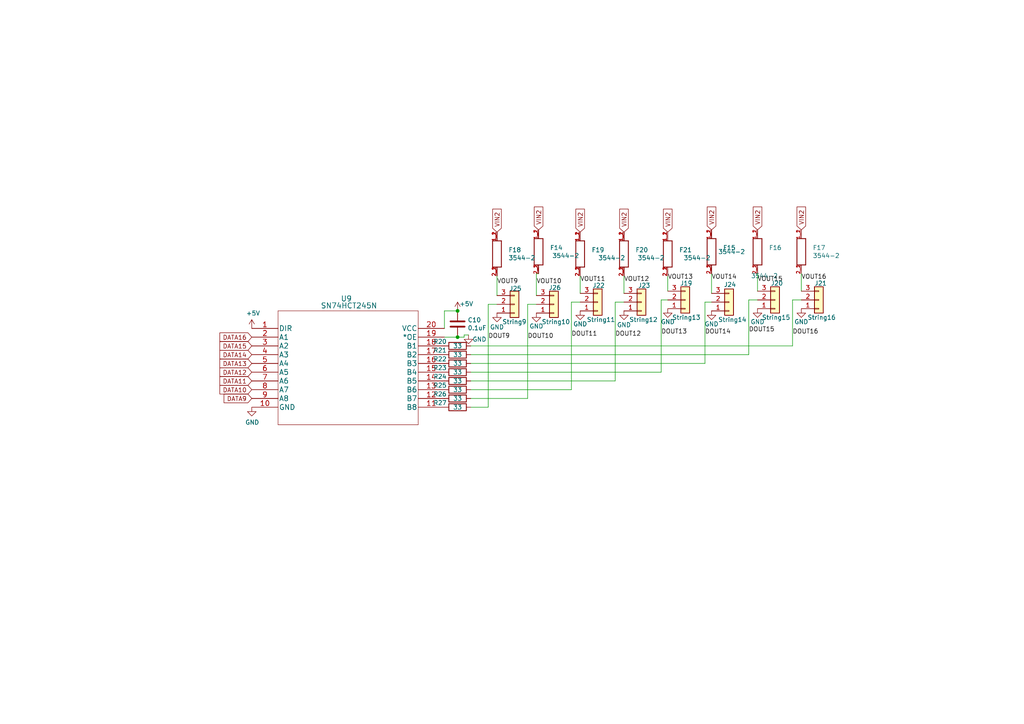
<source format=kicad_sch>
(kicad_sch (version 20211123) (generator eeschema)
  (paper "A4")
  (title_block (title "Pi CM4 16") (date "2022-09-03") (rev "v1") (company "Scott Hanson"))
  (lib_symbols
    (symbol "Connector_Generic:Conn_01x03" (pin_names (offset 1.016) hide)
      (property "Reference" "J" (at 0 5.08 0))
      (property "Value" "Conn_01x03" (at 0 -5.08 0))
      (symbol "Conn_01x03_1_1"
        (rectangle (start -1.27 -2.413) (end 0 -2.667) (stroke (width 0.1524)))
        (rectangle (start -1.27 0.127) (end 0 -0.127) (stroke (width 0.1524)))
        (rectangle (start -1.27 2.667) (end 0 2.413) (stroke (width 0.1524)))
        (rectangle (start -1.27 3.81) (end 1.27 -3.81) (stroke (width 0.254)) (fill (type background)))
        (pin passive line (at -5.08 2.54 0) (length 3.81) (name "Pin_1") (number "1"))
        (pin passive line (at -5.08 0 0) (length 3.81) (name "Pin_2") (number "2"))
        (pin passive line (at -5.08 -2.54 0) (length 3.81) (name "Pin_3") (number "3"))
      )
    )
    (symbol "Device:C" (pin_numbers hide) (pin_names (offset 0.254))
      (property "Reference" "C" (at 0.635 2.54 0))
      (property "Value" "C" (at 0.635 -2.54 0))
      (symbol "C_0_1"
        (polyline (pts (xy -2.032 -0.762) (xy 2.032 -0.762)) (stroke (width 0.508)))
        (polyline (pts (xy -2.032 0.762) (xy 2.032 0.762)) (stroke (width 0.508)))
      )
      (symbol "C_1_1"
        (pin passive line (at 0 3.81 270) (length 2.794) (name "~") (number "1"))
        (pin passive line (at 0 -3.81 90) (length 2.794) (name "~") (number "2"))
      )
    )
    (symbol "Device:R" (pin_numbers hide) (pin_names (offset 0))
      (property "Reference" "R" (at 2.032 0 90))
      (property "Value" "R" (at 0 0 90))
      (symbol "R_0_1"
        (rectangle (start -1.016 -2.54) (end 1.016 2.54) (stroke (width 0.254)))
      )
      (symbol "R_1_1"
        (pin passive line (at 0 3.81 270) (length 1.27) (name "~") (number "1"))
        (pin passive line (at 0 -3.81 90) (length 1.27) (name "~") (number "2"))
      )
    )
    (symbol "Scotts:3544-2" (pin_names (offset 1.016) hide)
      (property "Reference" "F?" (at -3.81 2.54 0))
      (property "Value" "3544-2" (at -3.81 -2.54 0))
      (symbol "3544-2_0_0"
        (polyline (pts (xy -3.81 -1.27) (xy -3.81 1.27)) (stroke (width 0.254)))
        (polyline (pts (xy -3.81 1.27) (xy 3.81 1.27)) (stroke (width 0.254)))
        (polyline (pts (xy 3.81 -1.27) (xy -3.81 -1.27)) (stroke (width 0.254)))
        (polyline (pts (xy 3.81 1.27) (xy 3.81 -1.27)) (stroke (width 0.254)))
        (text "~" (at 0 0 0) (effects (font (size 1.27 1.27))))
        (pin passive line (at -6.35 0 0) (length 2.54) (name "1") (number "1_1"))
        (pin passive line (at -6.35 0 0) (length 2.54) (name "1") (number "1_2"))
        (pin passive line (at 6.35 0 180) (length 2.54) (name "2") (number "2_1"))
        (pin passive line (at 6.35 0 180) (length 2.54) (name "2") (number "2_2"))
      )
    )
    (symbol "Scotts:SN74HCT245N" (pin_names (offset 0.254))
      (property "Reference" "U" (at 27.94 10.16 0))
      (property "Value" "SN74HCT245N" (at 27.94 7.62 0))
      (symbol "SN74HCT245N_1_0"
        (polyline (pts (xy 7.62 -27.94) (xy 48.26 -27.94)) (stroke (width 0.127)))
        (polyline (pts (xy 7.62 5.08) (xy 7.62 -27.94)) (stroke (width 0.127)))
        (polyline (pts (xy 48.26 -27.94) (xy 48.26 5.08)) (stroke (width 0.127)))
        (polyline (pts (xy 48.26 5.08) (xy 7.62 5.08)) (stroke (width 0.127)))
        (pin input line (at 0 0 0) (length 7.62) (name "DIR") (number "1"))
        (pin power_in line (at 0 -22.86 0) (length 7.62) (name "GND") (number "10"))
        (pin bidirectional line (at 55.88 -22.86 180) (length 7.62) (name "B8") (number "11"))
        (pin bidirectional line (at 55.88 -20.32 180) (length 7.62) (name "B7") (number "12"))
        (pin bidirectional line (at 55.88 -17.78 180) (length 7.62) (name "B6") (number "13"))
        (pin bidirectional line (at 55.88 -15.24 180) (length 7.62) (name "B5") (number "14"))
        (pin bidirectional line (at 55.88 -12.7 180) (length 7.62) (name "B4") (number "15"))
        (pin bidirectional line (at 55.88 -10.16 180) (length 7.62) (name "B3") (number "16"))
        (pin bidirectional line (at 55.88 -7.62 180) (length 7.62) (name "B2") (number "17"))
        (pin bidirectional line (at 55.88 -5.08 180) (length 7.62) (name "B1") (number "18"))
        (pin input line (at 55.88 -2.54 180) (length 7.62) (name "*OE") (number "19"))
        (pin bidirectional line (at 0 -2.54 0) (length 7.62) (name "A1") (number "2"))
        (pin power_in line (at 55.88 0 180) (length 7.62) (name "VCC") (number "20"))
        (pin bidirectional line (at 0 -5.08 0) (length 7.62) (name "A2") (number "3"))
        (pin bidirectional line (at 0 -7.62 0) (length 7.62) (name "A3") (number "4"))
        (pin bidirectional line (at 0 -10.16 0) (length 7.62) (name "A4") (number "5"))
        (pin bidirectional line (at 0 -12.7 0) (length 7.62) (name "A5") (number "6"))
        (pin bidirectional line (at 0 -15.24 0) (length 7.62) (name "A6") (number "7"))
        (pin bidirectional line (at 0 -17.78 0) (length 7.62) (name "A7") (number "8"))
        (pin bidirectional line (at 0 -20.32 0) (length 7.62) (name "A8") (number "9"))
      )
    )
    (symbol "power:+5V" (power) (pin_names (offset 0))
      (property "Value" "+5V" (at 0 3.556 0))
      (symbol "+5V_0_1"
        (polyline (pts (xy -0.762 1.27) (xy 0 2.54)))
        (polyline (pts (xy 0 0) (xy 0 2.54)))
        (polyline (pts (xy 0 2.54) (xy 0.762 1.27)))
      )
      (symbol "+5V_1_1"
        (pin power_in line (at 0 0 90) (length 0) hide (name "+5V") (number "1"))
      )
    )
    (symbol "power:GND" (power) (pin_names (offset 0))
      (property "Value" "GND" (at 0 -3.81 0))
      (symbol "GND_0_1"
        (polyline (pts (xy 0 0) (xy 0 -1.27) (xy 1.27 -1.27) (xy 0 -2.54) (xy -1.27 -1.27) (xy 0 -1.27)))
      )
      (symbol "GND_1_1"
        (pin power_in line (at 0 0 270) (length 0) hide (name "GND") (number "1"))
      )
    )
  )
  (junction (at 132.715 97.79))
  (junction (at 132.715 90.17))
  (wire (pts (xy 141.605 88.265) (xy 141.605 118.11)))
  (wire (pts (xy 165.735 87.63) (xy 168.275 87.63)))
  (wire (pts (xy 232.41 84.455) (xy 232.41 79.375)))
  (wire (pts (xy 132.715 97.79) (xy 128.905 97.79)))
  (wire (pts (xy 229.87 86.995) (xy 229.87 100.33)))
  (wire (pts (xy 155.575 79.375) (xy 156.21 79.375)))
  (wire (pts (xy 206.375 87.63) (xy 204.47 87.63)))
  (wire (pts (xy 178.435 87.63) (xy 178.435 110.49)))
  (wire (pts (xy 191.77 107.95) (xy 191.77 86.995)))
  (wire (pts (xy 141.605 88.265) (xy 144.145 88.265)))
  (wire (pts (xy 136.525 102.87) (xy 217.17 102.87)))
  (wire (pts (xy 136.525 110.49) (xy 178.435 110.49)))
  (wire (pts (xy 180.975 87.63) (xy 178.435 87.63)))
  (wire (pts (xy 136.525 100.33) (xy 229.87 100.33)))
  (wire (pts (xy 193.675 84.455) (xy 193.675 80.01)))
  (wire (pts (xy 134.62 97.79) (xy 132.715 97.79)))
  (wire (pts (xy 204.47 87.63) (xy 204.47 105.41)))
  (wire (pts (xy 232.41 86.995) (xy 229.87 86.995)))
  (wire (pts (xy 206.375 79.375) (xy 206.375 85.09)))
  (wire (pts (xy 144.145 80.01) (xy 144.145 85.725)))
  (wire (pts (xy 165.735 113.03) (xy 165.735 87.63)))
  (wire (pts (xy 155.575 88.265) (xy 153.035 88.265)))
  (wire (pts (xy 219.71 79.375) (xy 219.71 84.455)))
  (wire (pts (xy 136.525 105.41) (xy 204.47 105.41)))
  (wire (pts (xy 168.275 80.01) (xy 168.275 85.09)))
  (wire (pts (xy 136.525 113.03) (xy 165.735 113.03)))
  (wire (pts (xy 132.715 90.17) (xy 128.905 90.17)))
  (wire (pts (xy 180.975 85.09) (xy 180.975 80.01)))
  (wire (pts (xy 136.525 115.57) (xy 153.035 115.57)))
  (wire (pts (xy 217.17 86.995) (xy 219.71 86.995)))
  (wire (pts (xy 128.905 90.17) (xy 128.905 95.25)))
  (wire (pts (xy 191.77 86.995) (xy 193.675 86.995)))
  (wire (pts (xy 136.525 107.95) (xy 191.77 107.95)))
  (wire (pts (xy 135.89 97.155) (xy 134.62 97.155)))
  (wire (pts (xy 155.575 85.725) (xy 155.575 79.375)))
  (wire (pts (xy 136.525 118.11) (xy 141.605 118.11)))
  (wire (pts (xy 134.62 97.155) (xy 134.62 97.79)))
  (wire (pts (xy 153.035 88.265) (xy 153.035 115.57)))
  (wire (pts (xy 217.17 102.87) (xy 217.17 86.995)))
  (label "DOUT16" (at 229.87 97.155 0))
  (label "VOUT13" (at 193.675 81.28 0))
  (label "DOUT11" (at 165.735 97.79 0))
  (label "DOUT9" (at 141.605 98.425 0))
  (label "VOUT12" (at 180.975 81.915 0))
  (label "VOUT16" (at 232.41 81.28 0))
  (label "DOUT14" (at 204.47 97.155 0))
  (label "DOUT15" (at 217.17 96.52 0))
  (label "VOUT11" (at 168.275 81.915 0))
  (label "DOUT12" (at 178.435 97.79 0))
  (label "DOUT13" (at 191.77 97.155 0))
  (label "VOUT14" (at 206.375 81.28 0))
  (label "DOUT10" (at 153.035 98.425 0))
  (label "VOUT9" (at 144.145 82.55 0))
  (label "VOUT10" (at 155.575 82.55 0))
  (label "VOUT15" (at 219.71 81.915 0))
  (global_label "DATA10" (shape input) (at 73.025 113.03 180) (property "Intersheet References" "${INTERSHEET_REFS}" (effects hide)))
  (global_label "DATA13" (shape input) (at 73.025 105.41 180) (property "Intersheet References" "${INTERSHEET_REFS}" (effects hide)))
  (global_label "DATA12" (shape input) (at 73.025 107.95 180) (property "Intersheet References" "${INTERSHEET_REFS}" (effects hide)))
  (global_label "VIN2" (shape input) (at 156.21 66.675 90) (property "Intersheet References" "${INTERSHEET_REFS}" (effects hide)))
  (global_label "VIN2" (shape input) (at 232.41 66.675 90) (property "Intersheet References" "${INTERSHEET_REFS}" (effects hide)))
  (global_label "VIN2" (shape input) (at 219.71 66.675 90) (property "Intersheet References" "${INTERSHEET_REFS}" (effects hide)))
  (global_label "DATA11" (shape input) (at 73.025 110.49 180) (property "Intersheet References" "${INTERSHEET_REFS}" (effects hide)))
  (global_label "VIN2" (shape input) (at 144.145 67.31 90) (property "Intersheet References" "${INTERSHEET_REFS}" (effects hide)))
  (global_label "VIN2" (shape input) (at 168.275 67.31 90) (property "Intersheet References" "${INTERSHEET_REFS}" (effects hide)))
  (global_label "DATA16" (shape input) (at 73.025 97.79 180) (property "Intersheet References" "${INTERSHEET_REFS}" (effects hide)))
  (global_label "DATA9" (shape input) (at 73.025 115.57 180) (property "Intersheet References" "${INTERSHEET_REFS}" (effects hide)))
  (global_label "VIN2" (shape input) (at 193.675 67.31 90) (property "Intersheet References" "${INTERSHEET_REFS}" (effects hide)))
  (global_label "DATA14" (shape input) (at 73.025 102.87 180) (property "Intersheet References" "${INTERSHEET_REFS}" (effects hide)))
  (global_label "DATA15" (shape input) (at 73.025 100.33 180) (property "Intersheet References" "${INTERSHEET_REFS}" (effects hide)))
  (global_label "VIN2" (shape input) (at 180.975 67.31 90) (property "Intersheet References" "${INTERSHEET_REFS}" (effects hide)))
  (global_label "VIN2" (shape input) (at 206.375 66.675 90) (property "Intersheet References" "${INTERSHEET_REFS}" (effects hide)))
  (symbol (lib_id "Connector_Generic:Conn_01x03") (at 149.225 88.265 0) (mirror x) (unit 1)
    (property "Reference" "J25" (at 147.701 83.693 0) (effects (justify left)))
    (property "Value" "String9" (at 145.669 93.345 0) (effects (justify left)))
    (property "Footprint" "Scotts:PhoenixContact_MCV_3.81mm_3.5mm_1x03_Vertical" (effects hide))
    (property "Digi-Key_PN" "277-5737-ND/ED10555-ND" (effects hide))
    (property "MPN" "1843619/OSTTJ0311530" (effects hide))
    (property "LCSC" "C192778" (effects hide))
  )
  (symbol (lib_id "Connector_Generic:Conn_01x03") (at 160.655 88.265 0) (mirror x) (unit 1)
    (property "Reference" "J26" (at 159.131 83.439 0) (effects (justify left)))
    (property "Value" "String10" (at 157.099 93.345 0) (effects (justify left)))
    (property "Footprint" "Scotts:PhoenixContact_MCV_3.81mm_3.5mm_1x03_Vertical" (effects hide))
    (property "Digi-Key_PN" "277-5737-ND/ED10555-ND" (effects hide))
    (property "MPN" "1843619/OSTTJ0311530" (effects hide))
    (property "LCSC" "C192778" (effects hide))
  )
  (symbol (lib_id "Connector_Generic:Conn_01x03") (at 173.355 87.63 0) (mirror x) (unit 1)
    (property "Reference" "J22" (at 171.831 82.804 0) (effects (justify left)))
    (property "Value" "String11" (at 170.18 92.71 0) (effects (justify left)))
    (property "Footprint" "Scotts:PhoenixContact_MCV_3.81mm_3.5mm_1x03_Vertical" (effects hide))
    (property "Digi-Key_PN" "277-5737-ND/ED10555-ND" (effects hide))
    (property "MPN" "1843619/OSTTJ0311530" (effects hide))
    (property "LCSC" "C192778" (effects hide))
  )
  (symbol (lib_id "Connector_Generic:Conn_01x03") (at 186.055 87.63 0) (mirror x) (unit 1)
    (property "Reference" "J23" (at 185.039 82.804 0) (effects (justify left)))
    (property "Value" "String12" (at 182.499 92.71 0) (effects (justify left)))
    (property "Footprint" "Scotts:PhoenixContact_MCV_3.81mm_3.5mm_1x03_Vertical" (effects hide))
    (property "Digi-Key_PN" "277-5737-ND/ED10555-ND" (effects hide))
    (property "MPN" "1843619/OSTTJ0311530" (effects hide))
    (property "LCSC" "C192778" (effects hide))
  )
  (symbol (lib_id "Connector_Generic:Conn_01x03") (at 198.755 86.995 0) (mirror x) (unit 1)
    (property "Reference" "J19" (at 197.231 82.169 0) (effects (justify left)))
    (property "Value" "String13" (at 194.945 92.075 0) (effects (justify left)))
    (property "Footprint" "Scotts:PhoenixContact_MCV_3.81mm_3.5mm_1x03_Vertical" (effects hide))
    (property "Digi-Key_PN" "277-5737-ND/ED10555-ND" (effects hide))
    (property "MPN" "1843619/OSTTJ0311530" (effects hide))
    (property "LCSC" "C192778" (effects hide))
  )
  (symbol (lib_id "Connector_Generic:Conn_01x03") (at 211.455 87.63 0) (mirror x) (unit 1)
    (property "Reference" "J24" (at 209.931 82.55 0) (effects (justify left)))
    (property "Value" "String14" (at 208.28 92.71 0) (effects (justify left)))
    (property "Footprint" "Scotts:PhoenixContact_MCV_3.81mm_3.5mm_1x03_Vertical" (effects hide))
    (property "Digi-Key_PN" "277-5737-ND/ED10555-ND" (effects hide))
    (property "MPN" "1843619/OSTTJ0311530" (effects hide))
    (property "LCSC" "C192778" (effects hide))
  )
  (symbol (lib_id "Connector_Generic:Conn_01x03") (at 224.79 86.995 0) (mirror x) (unit 1)
    (property "Reference" "J20" (at 223.52 82.169 0) (effects (justify left)))
    (property "Value" "String15" (at 220.98 92.075 0) (effects (justify left)))
    (property "Footprint" "Scotts:PhoenixContact_MCV_3.81mm_3.5mm_1x03_Vertical" (effects hide))
    (property "Digi-Key_PN" "277-5737-ND/ED10555-ND" (effects hide))
    (property "MPN" "1843619/OSTTJ0311530" (effects hide))
    (property "LCSC" "C192778" (effects hide))
  )
  (symbol (lib_id "Connector_Generic:Conn_01x03") (at 237.49 86.995 0) (mirror x) (unit 1)
    (property "Reference" "J21" (at 236.22 82.169 0) (effects (justify left)))
    (property "Value" "String16" (at 234.188 92.075 0) (effects (justify left)))
    (property "Footprint" "Scotts:PhoenixContact_MCV_3.81mm_3.5mm_1x03_Vertical" (effects hide))
    (property "Digi-Key_PN" "277-5737-ND/ED10555-ND" (effects hide))
    (property "MPN" "1843619/OSTTJ0311530" (effects hide))
    (property "LCSC" "C192778" (effects hide))
  )
  (symbol (lib_id "power:GND") (at 144.145 90.805 0) (unit 1)
    (property "Reference" "#PWR063" (effects hide))
    (property "Value" "GND" (at 144.145 94.869 0))
  )
  (symbol (lib_id "power:GND") (at 155.575 90.805 0) (unit 1)
    (property "Reference" "#PWR064" (effects hide))
    (property "Value" "GND" (at 155.575 94.615 0))
  )
  (symbol (lib_id "power:GND") (at 168.275 90.17 0) (unit 1)
    (property "Reference" "#PWR060" (effects hide))
    (property "Value" "GND" (at 168.275 93.98 0))
  )
  (symbol (lib_id "power:GND") (at 180.975 90.17 0) (unit 1)
    (property "Reference" "#PWR061" (effects hide))
    (property "Value" "GND" (at 180.975 94.234 0))
  )
  (symbol (lib_id "power:GND") (at 193.675 89.535 0) (unit 1)
    (property "Reference" "#PWR056" (effects hide))
    (property "Value" "GND" (at 193.675 93.345 0))
  )
  (symbol (lib_id "power:GND") (at 206.375 90.17 0) (unit 1)
    (property "Reference" "#PWR062" (effects hide))
    (property "Value" "GND" (at 206.375 93.98 0))
  )
  (symbol (lib_id "power:GND") (at 219.71 89.535 0) (unit 1)
    (property "Reference" "#PWR057" (effects hide))
    (property "Value" "GND" (at 219.71 93.345 0))
  )
  (symbol (lib_id "power:GND") (at 232.41 89.535 0) (unit 1)
    (property "Reference" "#PWR058" (effects hide))
    (property "Value" "GND" (at 232.41 93.345 0))
  )
  (symbol (lib_id "Scotts:3544-2") (at 156.21 73.025 270) (unit 1)
    (property "Reference" "F14" (at 159.512 71.8566 90) (effects (justify left)))
    (property "Value" "3544-2" (at 160.147 74.168 90) (effects (justify left)))
    (property "Footprint" "Scotts:FUSE_3544-2" (effects hide))
    (property "Field4" "3544-2" (effects hide))
    (property "Field5" "None" (effects hide))
    (property "Field6" "Unavailable" (effects hide))
    (property "Field7" "Fuse Clip; 500 VAC; 30 A; PCB; For 0.110 in. x 0.032 in. mini blade fuses" (effects hide))
    (property "Field8" "Keystone Electronics" (effects hide))
    (property "Digi-Key_PN" "36-3544-2-ND" (effects hide))
    (property "MPN" "3544-2" (effects hide))
    (property "LCSC" "C492610" (effects hide))
  )
  (symbol (lib_id "Scotts:3544-2") (at 168.275 73.66 270) (unit 1)
    (property "Reference" "F19" (at 171.577 72.4916 90) (effects (justify left)))
    (property "Value" "3544-2" (at 173.482 74.803 90) (effects (justify left)))
    (property "Footprint" "Scotts:FUSE_3544-2" (effects hide))
    (property "Field4" "3544-2" (effects hide))
    (property "Field5" "None" (effects hide))
    (property "Field6" "Unavailable" (effects hide))
    (property "Field7" "Fuse Clip; 500 VAC; 30 A; PCB; For 0.110 in. x 0.032 in. mini blade fuses" (effects hide))
    (property "Field8" "Keystone Electronics" (effects hide))
    (property "Digi-Key_PN" "36-3544-2-ND" (effects hide))
    (property "MPN" "3544-2" (effects hide))
    (property "LCSC" "C492610" (effects hide))
  )
  (symbol (lib_id "Scotts:3544-2") (at 180.975 73.66 270) (unit 1)
    (property "Reference" "F20" (at 184.277 72.4916 90) (effects (justify left)))
    (property "Value" "3544-2" (at 184.912 74.803 90) (effects (justify left)))
    (property "Footprint" "Scotts:FUSE_3544-2" (effects hide))
    (property "Field4" "3544-2" (effects hide))
    (property "Field5" "None" (effects hide))
    (property "Field6" "Unavailable" (effects hide))
    (property "Field7" "Fuse Clip; 500 VAC; 30 A; PCB; For 0.110 in. x 0.032 in. mini blade fuses" (effects hide))
    (property "Field8" "Keystone Electronics" (effects hide))
    (property "Digi-Key_PN" "36-3544-2-ND" (effects hide))
    (property "MPN" "3544-2" (effects hide))
    (property "LCSC" "C492610" (effects hide))
  )
  (symbol (lib_id "Scotts:3544-2") (at 193.675 73.66 270) (unit 1)
    (property "Reference" "F21" (at 196.977 72.4916 90) (effects (justify left)))
    (property "Value" "3544-2" (at 198.247 74.803 90) (effects (justify left)))
    (property "Footprint" "Scotts:FUSE_3544-2" (effects hide))
    (property "Field4" "3544-2" (effects hide))
    (property "Field5" "None" (effects hide))
    (property "Field6" "Unavailable" (effects hide))
    (property "Field7" "Fuse Clip; 500 VAC; 30 A; PCB; For 0.110 in. x 0.032 in. mini blade fuses" (effects hide))
    (property "Field8" "Keystone Electronics" (effects hide))
    (property "Digi-Key_PN" "36-3544-2-ND" (effects hide))
    (property "MPN" "3544-2" (effects hide))
    (property "LCSC" "C492610" (effects hide))
  )
  (symbol (lib_id "Scotts:3544-2") (at 206.375 73.025 270) (unit 1)
    (property "Reference" "F15" (at 209.677 71.8566 90) (effects (justify left)))
    (property "Value" "3544-2" (at 208.28 73.025 90) (effects (justify left)))
    (property "Footprint" "Scotts:FUSE_3544-2" (effects hide))
    (property "Field4" "3544-2" (effects hide))
    (property "Field5" "None" (effects hide))
    (property "Field6" "Unavailable" (effects hide))
    (property "Field7" "Fuse Clip; 500 VAC; 30 A; PCB; For 0.110 in. x 0.032 in. mini blade fuses" (effects hide))
    (property "Field8" "Keystone Electronics" (effects hide))
    (property "Digi-Key_PN" "36-3544-2-ND" (effects hide))
    (property "MPN" "3544-2" (effects hide))
    (property "LCSC" "C492610" (effects hide))
  )
  (symbol (lib_id "Scotts:3544-2") (at 219.71 73.025 270) (unit 1)
    (property "Reference" "F16" (at 223.012 71.8566 90) (effects (justify left)))
    (property "Value" "3544-2" (at 217.805 80.01 90) (effects (justify left)))
    (property "Footprint" "Scotts:FUSE_3544-2" (effects hide))
    (property "Field4" "3544-2" (effects hide))
    (property "Field5" "None" (effects hide))
    (property "Field6" "Unavailable" (effects hide))
    (property "Field7" "Fuse Clip; 500 VAC; 30 A; PCB; For 0.110 in. x 0.032 in. mini blade fuses" (effects hide))
    (property "Field8" "Keystone Electronics" (effects hide))
    (property "Digi-Key_PN" "36-3544-2-ND" (effects hide))
    (property "MPN" "3544-2" (effects hide))
    (property "LCSC" "C492610" (effects hide))
  )
  (symbol (lib_id "Scotts:3544-2") (at 232.41 73.025 270) (unit 1)
    (property "Reference" "F17" (at 235.712 71.8566 90) (effects (justify left)))
    (property "Value" "3544-2" (at 235.712 74.168 90) (effects (justify left)))
    (property "Footprint" "Scotts:FUSE_3544-2" (effects hide))
    (property "Field4" "3544-2" (effects hide))
    (property "Field5" "None" (effects hide))
    (property "Field6" "Unavailable" (effects hide))
    (property "Field7" "Fuse Clip; 500 VAC; 30 A; PCB; For 0.110 in. x 0.032 in. mini blade fuses" (effects hide))
    (property "Field8" "Keystone Electronics" (effects hide))
    (property "Digi-Key_PN" "36-3544-2-ND" (effects hide))
    (property "MPN" "3544-2" (effects hide))
    (property "LCSC" "C492610" (effects hide))
  )
  (symbol (lib_id "power:GND") (at 135.89 97.155 0) (unit 1)
    (property "Reference" "#PWR066" (effects hide))
    (property "Value" "GND" (at 139.065 98.425 0))
  )
  (symbol (lib_id "power:+5V") (at 73.025 95.25 0) (unit 1)
    (property "Reference" "#PWR065" (effects hide))
    (property "Value" "+5V" (at 73.406 90.8558 0))
  )
  (symbol (lib_id "power:GND") (at 73.025 118.11 0) (unit 1)
    (property "Reference" "#PWR067" (effects hide))
    (property "Value" "GND" (at 73.152 122.5042 0))
  )
  (symbol (lib_id "Device:C") (at 132.715 93.98 0) (unit 1)
    (property "Reference" "C10" (at 135.636 92.8116 0) (effects (justify left)))
    (property "Value" "0.1uF" (at 135.636 95.123 0) (effects (justify left)))
    (property "Footprint" "Capacitor_SMD:C_0603_1608Metric_Pad1.08x0.95mm_HandSolder" (effects hide))
    (property "Digi-Key_PN" "1276-1935-2-ND" (effects hide))
    (property "MPN" "CL10B104KB8NNWC" (effects hide))
    (property "LCSC" "C14663" (effects hide))
  )
  (symbol (lib_id "power:+5V") (at 132.715 90.17 0) (unit 1)
    (property "Reference" "#PWR059" (effects hide))
    (property "Value" "+5V" (at 135.255 88.138 0))
  )
  (symbol (lib_id "Scotts:SN74HCT245N") (at 73.025 95.25 0) (unit 1)
    (property "Reference" "U9" (at 100.457 86.614 0) (effects (font (size 1.524 1.524))))
    (property "Value" "SN74HCT245N" (at 101.219 88.646 0) (effects (font (size 1.524 1.524))))
    (property "Footprint" "SN74HCT245NSR:SN74HCT245NSR" (effects hide))
    (property "Digi-Key_PN" "296-15849-1-ND" (effects hide))
    (property "MPN" "SN74HCT245NSR" (effects hide))
    (property "LCSC" "C133641" (effects hide))
  )
  (symbol (lib_id "Scotts:3544-2") (at 144.145 73.66 270) (unit 1)
    (property "Reference" "F18" (at 147.447 72.4916 90) (effects (justify left)))
    (property "Value" "3544-2" (at 147.447 74.803 90) (effects (justify left)))
    (property "Footprint" "Scotts:FUSE_3544-2" (effects hide))
    (property "Field4" "3544-2" (effects hide))
    (property "Field5" "None" (effects hide))
    (property "Field6" "Unavailable" (effects hide))
    (property "Field7" "Fuse Clip; 500 VAC; 30 A; PCB; For 0.110 in. x 0.032 in. mini blade fuses" (effects hide))
    (property "Field8" "Keystone Electronics" (effects hide))
    (property "Digi-Key_PN" "36-3544-2-ND" (effects hide))
    (property "MPN" "3544-2" (effects hide))
    (property "LCSC" "C492610" (effects hide))
  )
  (symbol (lib_id "Device:R") (at 132.715 115.57 90) (unit 1)
    (property "Reference" "R26" (at 127.635 114.3 90))
    (property "Value" "33" (at 132.715 115.57 90))
    (property "Footprint" "Resistor_SMD:R_0603_1608Metric_Pad0.98x0.95mm_HandSolder" (effects hide))
    (property "LCSC" "C23140" (effects hide))
    (property "Digi-Key_PN" "311-33.0HRCT-ND" (effects hide))
    (property "MPN" "RC0603FR-0733RL" (effects hide))
  )
  (symbol (lib_id "Device:R") (at 132.715 113.03 90) (unit 1)
    (property "Reference" "R25" (at 127.635 111.76 90))
    (property "Value" "33" (at 132.715 113.03 90))
    (property "Footprint" "Resistor_SMD:R_0603_1608Metric_Pad0.98x0.95mm_HandSolder" (effects hide))
    (property "LCSC" "C23140" (effects hide))
    (property "Digi-Key_PN" "311-33.0HRCT-ND" (effects hide))
    (property "MPN" "RC0603FR-0733RL" (effects hide))
  )
  (symbol (lib_id "Device:R") (at 132.715 118.11 90) (unit 1)
    (property "Reference" "R27" (at 127.635 116.84 90))
    (property "Value" "33" (at 132.715 118.11 90))
    (property "Footprint" "Resistor_SMD:R_0603_1608Metric_Pad0.98x0.95mm_HandSolder" (effects hide))
    (property "LCSC" "C23140" (effects hide))
    (property "Digi-Key_PN" "311-33.0HRCT-ND" (effects hide))
    (property "MPN" "RC0603FR-0733RL" (effects hide))
  )
  (symbol (lib_id "Device:R") (at 132.715 110.49 90) (unit 1)
    (property "Reference" "R24" (at 127.635 109.22 90))
    (property "Value" "33" (at 132.715 110.49 90))
    (property "Footprint" "Resistor_SMD:R_0603_1608Metric_Pad0.98x0.95mm_HandSolder" (effects hide))
    (property "LCSC" "C23140" (effects hide))
    (property "Digi-Key_PN" "311-33.0HRCT-ND" (effects hide))
    (property "MPN" "RC0603FR-0733RL" (effects hide))
  )
  (symbol (lib_id "Device:R") (at 132.715 100.33 90) (unit 1)
    (property "Reference" "R20" (at 127.635 99.06 90))
    (property "Value" "33" (at 132.715 100.33 90))
    (property "Footprint" "Resistor_SMD:R_0603_1608Metric_Pad0.98x0.95mm_HandSolder" (effects hide))
    (property "LCSC" "C23140" (effects hide))
    (property "Digi-Key_PN" "311-33.0HRCT-ND" (effects hide))
    (property "MPN" "RC0603FR-0733RL" (effects hide))
  )
  (symbol (lib_id "Device:R") (at 132.715 107.95 90) (unit 1)
    (property "Reference" "R23" (at 127.635 106.68 90))
    (property "Value" "33" (at 132.715 107.95 90))
    (property "Footprint" "Resistor_SMD:R_0603_1608Metric_Pad0.98x0.95mm_HandSolder" (effects hide))
    (property "LCSC" "C23140" (effects hide))
    (property "Digi-Key_PN" "311-33.0HRCT-ND" (effects hide))
    (property "MPN" "RC0603FR-0733RL" (effects hide))
  )
  (symbol (lib_id "Device:R") (at 132.715 105.41 90) (unit 1)
    (property "Reference" "R22" (at 127.635 104.14 90))
    (property "Value" "33" (at 132.715 105.41 90))
    (property "Footprint" "Resistor_SMD:R_0603_1608Metric_Pad0.98x0.95mm_HandSolder" (effects hide))
    (property "LCSC" "C23140" (effects hide))
    (property "Digi-Key_PN" "311-33.0HRCT-ND" (effects hide))
    (property "MPN" "RC0603FR-0733RL" (effects hide))
  )
  (symbol (lib_id "Device:R") (at 132.715 102.87 90) (unit 1)
    (property "Reference" "R21" (at 127.635 101.6 90))
    (property "Value" "33" (at 132.715 102.87 90))
    (property "Footprint" "Resistor_SMD:R_0603_1608Metric_Pad0.98x0.95mm_HandSolder" (effects hide))
    (property "LCSC" "C23140" (effects hide))
    (property "Digi-Key_PN" "311-33.0HRCT-ND" (effects hide))
    (property "MPN" "RC0603FR-0733RL" (effects hide))
  )
)
</source>
